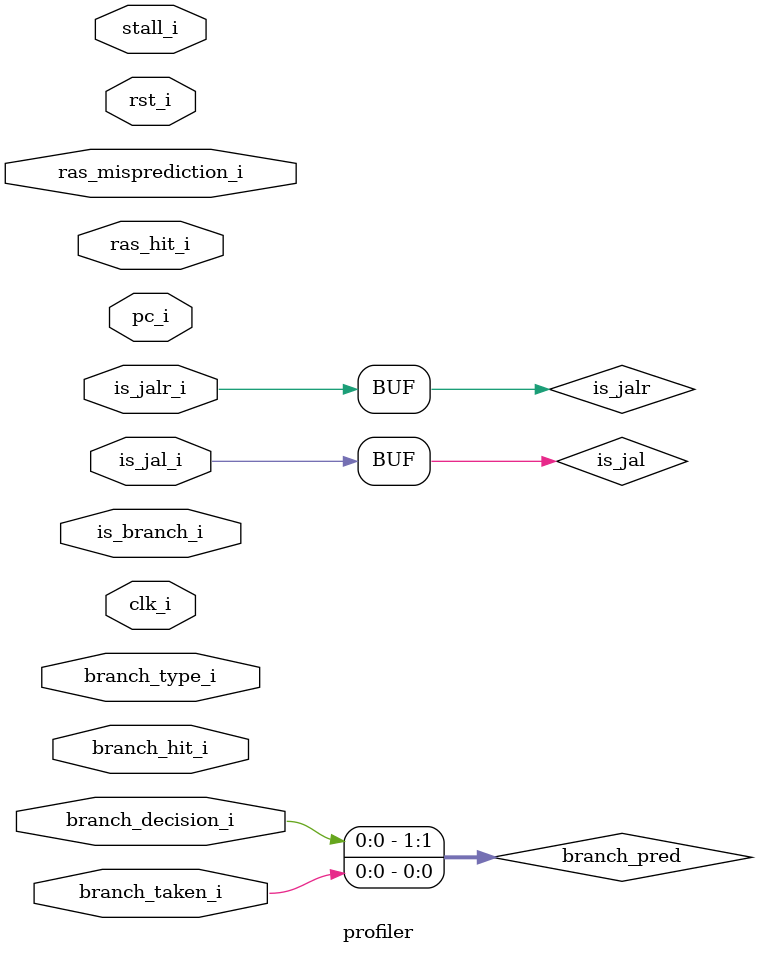
<source format=v>
`timescale 1ns / 1ps


module profiler #(
    parameter XLEN = 32,
    parameter CNT_LEN = 32
)(
    // system input
    input               clk_i,
    input               rst_i,
    input               stall_i,
    
    // signals from Decode
    input  [XLEN-1 : 0] pc_i,
    input               is_branch_i,
    input               is_jal_i,
    input               is_jalr_i,
    input  [2 : 0]      branch_type_i,
    input               branch_hit_i,
    input               branch_decision_i,
    input               ras_hit_i,
    
    // signals from Execute
    input               branch_taken_i,
    input               ras_misprediction_i
);

localparam [XLEN-1 : 0] STARTPOINT = 32'h00002e80, // crt0 start
                        ENDPOINT = 32'h00002eac;   // crt0 end
localparam [2 : 0]      F3_BEQ  = 3'b000,
                        F3_BNE  = 3'b001,
                        F3_BLT  = 3'b100,
                        F3_BGE  = 3'b101,
                        F3_BLTU = 3'b110,
                        F3_BGEU = 3'b111;

(* mark_debug = "true" *)
reg  [1 : 0] endflag;

(* mark_debug = "true" *)
reg  [31: 0] jalr_cnt, cache_miss_cnt,
    jal_cnt,  jal_tp, jal_fp, jal_tn, jal_fn,
    beq_cnt,  beq_tp, beq_fp, beq_tn, beq_fn,
    bne_cnt,  bne_tp, bne_fp, bne_tn, bne_fn,
    blt_cnt,  blt_tp, blt_fp, blt_tn, blt_fn,
    bge_cnt,  bge_tp, bge_fp, bge_tn, bge_fn,
    bltu_cnt, bltu_tp, bltu_fp, bltu_tn, bltu_fn,
    bgeu_cnt, bgeu_tp, bgeu_fp, bgeu_tn, bgeu_fn;
    
(* mark_debug = "true" *)
reg [31: 0] ras_hit_cnt, ras_miss_cnt;
    
wire is_beq, is_bne, is_blt, is_bge, is_bltu, is_bgeu;
wire is_jal, is_jalr;
wire is_working, is_flush;
wire [1 : 0] branch_pred;
wire is_tp, is_fp, is_tn, is_fn;

assign is_working = endflag[0] & ~stall_i;
assign is_beq  = is_branch_i && (branch_type_i == F3_BEQ);
assign is_bne  = is_branch_i && (branch_type_i == F3_BNE);
assign is_blt  = is_branch_i && (branch_type_i == F3_BLT);
assign is_bge  = is_branch_i && (branch_type_i == F3_BGE);
assign is_bltu = is_branch_i && (branch_type_i == F3_BLTU);
assign is_bgeu = is_branch_i && (branch_type_i == F3_BGEU);     
assign is_jal  = is_jal_i;
assign is_jalr = is_jalr_i;
assign branch_pred = { branch_decision_i, branch_taken_i };
assign is_tp = branch_hit_i & (branch_pred == 2'b11);
assign is_tn = branch_hit_i & (branch_pred == 2'b00);
assign is_fp = branch_hit_i & (branch_pred == 2'b10);
assign is_fn = branch_hit_i & (branch_pred == 2'b01);
assign flush_from_miss = (branch_taken_i & ~branch_hit_i);

// end flag, a small state machine
always@ (posedge clk_i) begin
    if (rst_i) endflag <= 0;
    else if (pc_i == STARTPOINT) endflag <= 1;
    else if (pc_i == ENDPOINT) endflag <= 2;
    else endflag <= endflag;
end

// all counter
always@ (posedge clk_i) begin
    if (rst_i) begin
        // counter
        jal_cnt   <= 32'h0;
        jalr_cnt  <= 32'h0;
        beq_cnt   <= 32'h0;
        bne_cnt   <= 32'h0;
        blt_cnt   <= 32'h0;
        bge_cnt   <= 32'h0;
        bltu_cnt  <= 32'h0;
        bgeu_cnt  <= 32'h0;
        cache_miss_cnt <= 32'h0;
        
        // tp
        beq_tp   <= 32'h0;
        bne_tp   <= 32'h0;
        blt_tp   <= 32'h0;
        bge_tp   <= 32'h0;
        bltu_tp  <= 32'h0;
        bgeu_tp  <= 32'h0;
        
        // tn
        beq_tn   <= 32'h0;
        bne_tn   <= 32'h0;
        blt_tn   <= 32'h0;
        bge_tn   <= 32'h0;
        bltu_tn  <= 32'h0;
        bgeu_tn  <= 32'h0;
        
        // fp
        beq_fp   <= 32'h0;
        bne_fp   <= 32'h0;
        blt_fp   <= 32'h0;
        bge_fp   <= 32'h0;
        bltu_fp  <= 32'h0;
        bgeu_fp  <= 32'h0;
        
        // fn
        beq_fn   <= 32'h0;
        bne_fn   <= 32'h0;
        blt_fn   <= 32'h0;
        bge_fn   <= 32'h0;
        bltu_fn  <= 32'h0;
        bgeu_fn  <= 32'h0;
    end
    else if (is_working) begin
        // counter
        jal_cnt   <= jal_cnt  + is_jal;
        jalr_cnt  <= jalr_cnt + is_jalr;
        beq_cnt   <= beq_cnt  + is_beq;
        bne_cnt   <= bne_cnt  + is_bne;
        blt_cnt   <= blt_cnt  + is_blt;
        bge_cnt   <= bge_cnt  + is_bge;
        bltu_cnt  <= bltu_cnt + is_bltu;
        bgeu_cnt  <= bgeu_cnt + is_bgeu;
        cache_miss_cnt <= cache_miss_cnt + flush_from_miss;
        // tp
        jal_tp    <= jal_tp  + (is_jal  & is_tp);
        beq_tp    <= beq_tp  + (is_beq  & is_tp);
        bne_tp    <= bne_tp  + (is_bne  & is_tp);
        blt_tp    <= blt_tp  + (is_blt  & is_tp);
        bge_tp    <= bge_tp  + (is_bge  & is_tp);
        bltu_tp   <= bltu_tp + (is_bltu & is_tp);
        bgeu_tp   <= bgeu_tp + (is_bgeu & is_tp);
        
        // tn
        jal_tn    <= jal_tn  + (is_jal  & is_tn);
        beq_tn    <= beq_tn  + (is_beq  & is_tn);
        bne_tn    <= bne_tn  + (is_bne  & is_tn);
        blt_tn    <= blt_tn  + (is_blt  & is_tn);
        bge_tn    <= bge_tn  + (is_bge  & is_tn);
        bltu_tn   <= bltu_tn + (is_bltu & is_tn);
        bgeu_tn   <= bgeu_tn + (is_bgeu & is_tn);
        
        // fp
        jal_fp    <= jal_fp  + (is_jal  & is_fp);
        beq_fp    <= beq_fp  + (is_beq  & is_fp);
        bne_fp    <= bne_fp  + (is_bne  & is_fp);
        blt_fp    <= blt_fp  + (is_blt  & is_fp);
        bge_fp    <= bge_fp  + (is_bge  & is_fp);
        bltu_fp   <= bltu_fp + (is_bltu & is_fp);
        bgeu_fp   <= bgeu_fp + (is_bgeu & is_fp);
        
        // fn
        jal_fn    <= jal_fn  + (is_jal  & is_fn);
        beq_fn    <= beq_fn  + (is_beq  & is_fn);
        bne_fn    <= bne_fn  + (is_bne  & is_fn);
        blt_fn    <= blt_fn  + (is_blt  & is_fn);
        bge_fn    <= bge_fn  + (is_bge  & is_fn);
        bltu_fn   <= bltu_fn + (is_bltu & is_fn);
        bgeu_fn   <= bgeu_fn + (is_bgeu & is_fn);
    end
    else begin
        // counter
        jal_cnt   <= jal_cnt ;
        jalr_cnt  <= jalr_cnt;
        beq_cnt   <= beq_cnt ;
        bne_cnt   <= bne_cnt ;
        blt_cnt   <= blt_cnt ;
        bge_cnt   <= bge_cnt ;
        bltu_cnt  <= bltu_cnt;
        bgeu_cnt  <= bgeu_cnt;
        cache_miss_cnt <= cache_miss_cnt;
        
        // tp
        jal_tp    <= jal_tp ;
        beq_tp    <= beq_tp ;
        bne_tp    <= bne_tp ;
        blt_tp    <= blt_tp ;
        bge_tp    <= bge_tp ;
        bltu_tp   <= bltu_tp;
        bgeu_tp   <= bgeu_tp;
        
        // tn
        jal_tn    <= jal_tn ;
        beq_tn    <= beq_tn ;
        bne_tn    <= bne_tn ;
        blt_tn    <= blt_tn ;
        bge_tn    <= bge_tn ;
        bltu_tn   <= bltu_tn;
        bgeu_tn   <= bgeu_tn;
        
        // fp
        jal_fp    <= jal_fp ;
        beq_fp    <= beq_fp ;
        bne_fp    <= bne_fp ;
        blt_fp    <= blt_fp ;
        bge_fp    <= bge_fp ;
        bltu_fp   <= bltu_fp;
        bgeu_fp   <= bgeu_fp;
        
        // fn
        jal_fn    <= jal_fn ;
        beq_fn    <= beq_fn ;
        bne_fn    <= bne_fn ;
        blt_fn    <= blt_fn ;
        bge_fn    <= bge_fn ;
        bltu_fn   <= bltu_fn;
        bgeu_fn   <= bgeu_fn;
    end
end

// ras
always @(posedge clk_i) begin
    if (rst_i) ras_hit_cnt <= 32'b0;
    else if (is_working) ras_hit_cnt <= ras_hit_cnt + ras_hit_i;
    else ras_hit_cnt <= ras_hit_cnt;
end

always @(posedge clk_i) begin
    if (rst_i) ras_miss_cnt <= 32'b0;
    else if (is_working) ras_miss_cnt <= ras_miss_cnt + ras_misprediction_i;
    else ras_miss_cnt <= ras_miss_cnt;
end

endmodule

</source>
